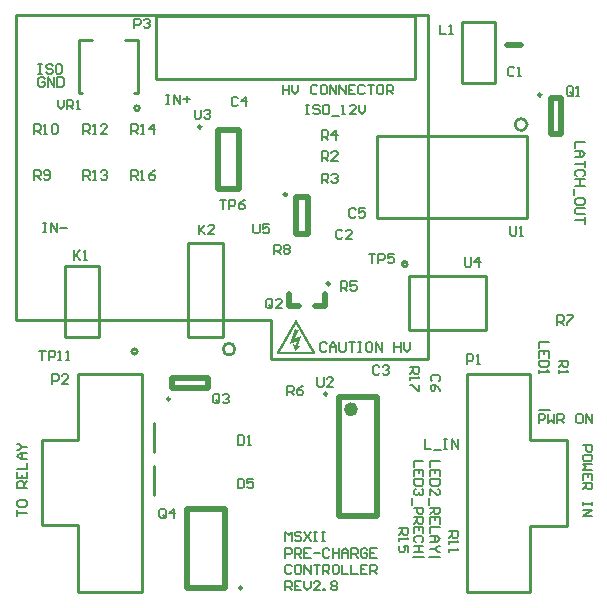
<source format=gto>
G04 Layer_Color=65535*
%FSLAX25Y25*%
%MOIN*%
G70*
G01*
G75*
%ADD39C,0.02362*%
%ADD42C,0.01969*%
%ADD54C,0.01000*%
%ADD55C,0.00984*%
%ADD56C,0.00591*%
%ADD57C,0.00709*%
G36*
X95697Y-104139D02*
X95770Y-104175D01*
X95788Y-104193D01*
X95824Y-104230D01*
X95916Y-104339D01*
X101801Y-114688D01*
X101819Y-114706D01*
X101837Y-114743D01*
X101855Y-114816D01*
Y-114907D01*
Y-114925D01*
Y-114980D01*
X101819Y-115052D01*
X101783Y-115144D01*
X101764Y-115162D01*
X101746Y-115198D01*
X101691Y-115253D01*
X101619Y-115307D01*
X101600D01*
X101546Y-115326D01*
X101473Y-115344D01*
X101345Y-115362D01*
X89466D01*
X89393Y-115344D01*
X89320Y-115307D01*
X89302Y-115289D01*
X89284Y-115253D01*
X89174Y-115144D01*
Y-115125D01*
X89156Y-115071D01*
X89138Y-114998D01*
X89120Y-114925D01*
Y-114907D01*
Y-114852D01*
Y-114779D01*
X89138Y-114725D01*
Y-114706D01*
X89156Y-114688D01*
X89211Y-114652D01*
X95114Y-104339D01*
X95132Y-104321D01*
X95150Y-104284D01*
X95260Y-104175D01*
X95278Y-104157D01*
X95333Y-104139D01*
X95406Y-104121D01*
X95533Y-104102D01*
X95624D01*
X95697Y-104139D01*
D02*
G37*
%LPC*%
G36*
X95515Y-105232D02*
X90158Y-114560D01*
X100780D01*
X95515Y-105232D01*
D02*
G37*
%LPD*%
G36*
X95697Y-107382D02*
X96535Y-107473D01*
X95041Y-110151D01*
X97136Y-109331D01*
X96225Y-112775D01*
X97063Y-112830D01*
X95260Y-114488D01*
X94586Y-112174D01*
X95314Y-112538D01*
X95715Y-111062D01*
X93419Y-111955D01*
X95114Y-106853D01*
X95697Y-107382D01*
D02*
G37*
D39*
X114925Y-133795D02*
G03*
X114925Y-133795I-1181J0D01*
G01*
D42*
X165827Y-12362D02*
X170551D01*
X180335Y-30197D02*
X183878D01*
X180335Y-42008D02*
X183878D01*
X180335D02*
Y-30197D01*
X183878Y-42008D02*
Y-30197D01*
X93205Y-99445D02*
X96354D01*
X93205D02*
Y-95508D01*
X101866Y-99445D02*
X105016D01*
Y-95508D01*
X54150Y-126799D02*
Y-123256D01*
X65961Y-126799D02*
Y-123256D01*
X54150Y-126799D02*
X65961D01*
X54150Y-123256D02*
X65961D01*
X59067Y-167150D02*
X71665D01*
X59067Y-193528D02*
X71665D01*
X59067D02*
Y-167150D01*
X71665Y-193528D02*
Y-167150D01*
X109807Y-169228D02*
X122406D01*
X109807Y-129858D02*
X122406D01*
Y-169228D02*
Y-129858D01*
X109807Y-169228D02*
Y-129858D01*
X69291Y-60386D02*
X76378D01*
X69291Y-40701D02*
X76378D01*
Y-60386D02*
Y-40701D01*
X69291Y-60386D02*
Y-40701D01*
X95382Y-75410D02*
X99319D01*
X95382Y-63205D02*
X99319D01*
Y-75410D02*
Y-63205D01*
X95382Y-75410D02*
Y-63205D01*
D54*
X42534Y-114520D02*
G03*
X42534Y-114520I-880J0D01*
G01*
X75102Y-113779D02*
G03*
X75102Y-113779I-1969J0D01*
G01*
X172488Y-38906D02*
G03*
X172488Y-38906I-2008J0D01*
G01*
X132542Y-85433D02*
G03*
X132542Y-85433I-880J0D01*
G01*
X43276Y-33465D02*
G03*
X43276Y-33465I-812J0D01*
G01*
X2114Y-103953D02*
Y-2520D01*
X139484D01*
Y-117039D02*
Y-2520D01*
X87244Y-117039D02*
X139484D01*
X87244D02*
Y-103953D01*
X2114D02*
X87244D01*
X22874Y-144032D02*
Y-121886D01*
Y-194720D02*
Y-172476D01*
X43957Y-194720D02*
Y-121886D01*
X10669Y-172476D02*
Y-144032D01*
X22874D01*
X10669Y-172476D02*
X22874D01*
Y-194720D02*
X43957D01*
X22874Y-121886D02*
X43957D01*
X48083Y-147957D02*
Y-138257D01*
X48154Y-162276D02*
Y-152576D01*
X18425Y-109795D02*
Y-86173D01*
X29842D01*
Y-109795D02*
Y-86173D01*
X18425Y-109795D02*
X29842D01*
X62307Y-109843D02*
X68213D01*
X59354D02*
Y-78347D01*
X71165D01*
Y-109843D02*
Y-78347D01*
X68213Y-109843D02*
X71165D01*
X59354D02*
X62307D01*
X161803Y-25071D02*
Y-4795D01*
X150937Y-25071D02*
X161803D01*
X150937D02*
Y-4795D01*
X161803D01*
X152382Y-194720D02*
X173465D01*
X152382Y-121886D02*
X173465D01*
Y-144130D02*
X185669D01*
X173465Y-172575D02*
X185669D01*
Y-144130D01*
X152382Y-194720D02*
Y-121886D01*
X173465Y-144130D02*
Y-121886D01*
Y-194720D02*
Y-172575D01*
X77575Y-2575D02*
X135252D01*
Y-23658D02*
Y-2575D01*
X48638D02*
X77575D01*
X48638Y-23658D02*
X135252D01*
X48638D02*
Y-2575D01*
X172449Y-69890D02*
Y-42843D01*
X122449Y-69890D02*
X172449D01*
X122449D02*
Y-42843D01*
X172449D01*
X133236Y-107480D02*
Y-89370D01*
X158827D01*
X133236Y-107480D02*
X158827D01*
Y-89370D01*
X42661Y-28543D02*
Y-10827D01*
X22976Y-28543D02*
Y-10827D01*
X38331D02*
X42661D01*
X22976D02*
X27307D01*
X41480Y-28543D02*
X42661D01*
X22976D02*
X23961D01*
D55*
X177224Y-29016D02*
G03*
X177224Y-29016I-492J0D01*
G01*
X106689Y-91965D02*
G03*
X106689Y-91965I-492J0D01*
G01*
X53461Y-130402D02*
G03*
X53461Y-130402I-492J0D01*
G01*
X77472Y-193331D02*
G03*
X77472Y-193331I-492J0D01*
G01*
X105870Y-128697D02*
G03*
X105870Y-128697I-492J0D01*
G01*
X63878Y-39697D02*
G03*
X63878Y-39697I-492J0D01*
G01*
X92429Y-62221D02*
G03*
X92429Y-62221I-492J0D01*
G01*
D56*
X176439Y-134031D02*
X180024D01*
X139724Y-183187D02*
X143309D01*
X134472D02*
X138057D01*
X133461Y-119819D02*
X136609D01*
Y-121393D01*
X136084Y-121918D01*
X135035D01*
X134510Y-121393D01*
Y-119819D01*
Y-120868D02*
X133461Y-121918D01*
Y-122968D02*
Y-124017D01*
Y-123492D01*
X136609D01*
X136084Y-122968D01*
X136609Y-125591D02*
Y-127690D01*
X136084D01*
X133985Y-125591D01*
X133461D01*
X142994Y-124540D02*
X143519Y-124015D01*
Y-122966D01*
X142994Y-122441D01*
X140895D01*
X140370Y-122966D01*
Y-124015D01*
X140895Y-124540D01*
X143519Y-127689D02*
X142994Y-126639D01*
X141944Y-125590D01*
X140895D01*
X140370Y-126114D01*
Y-127164D01*
X140895Y-127689D01*
X141420D01*
X141944Y-127164D01*
Y-125590D01*
X104110Y-50945D02*
Y-47796D01*
X105684D01*
X106209Y-48321D01*
Y-49371D01*
X105684Y-49895D01*
X104110D01*
X105160D02*
X106209Y-50945D01*
X109358D02*
X107259D01*
X109358Y-48846D01*
Y-48321D01*
X108833Y-47796D01*
X107784D01*
X107259Y-48321D01*
X115308Y-67337D02*
X114783Y-66812D01*
X113733D01*
X113209Y-67337D01*
Y-69436D01*
X113733Y-69961D01*
X114783D01*
X115308Y-69436D01*
X118456Y-66812D02*
X116357D01*
Y-68386D01*
X117407Y-67862D01*
X117931D01*
X118456Y-68386D01*
Y-69436D01*
X117931Y-69961D01*
X116882D01*
X116357Y-69436D01*
X76075Y-30132D02*
X75551Y-29607D01*
X74501D01*
X73976Y-30132D01*
Y-32231D01*
X74501Y-32756D01*
X75551D01*
X76075Y-32231D01*
X78699Y-32756D02*
Y-29607D01*
X77125Y-31182D01*
X79224D01*
X123260Y-119612D02*
X122736Y-119088D01*
X121686D01*
X121161Y-119612D01*
Y-121711D01*
X121686Y-122236D01*
X122736D01*
X123260Y-121711D01*
X124310Y-119612D02*
X124835Y-119088D01*
X125884D01*
X126409Y-119612D01*
Y-120137D01*
X125884Y-120662D01*
X125359D01*
X125884D01*
X126409Y-121187D01*
Y-121711D01*
X125884Y-122236D01*
X124835D01*
X124310Y-121711D01*
X15996Y-30722D02*
Y-32820D01*
X17046Y-33870D01*
X18095Y-32820D01*
Y-30722D01*
X19145Y-33870D02*
Y-30722D01*
X20719D01*
X21244Y-31246D01*
Y-32296D01*
X20719Y-32820D01*
X19145D01*
X20194D02*
X21244Y-33870D01*
X22293D02*
X23343D01*
X22818D01*
Y-30722D01*
X22293Y-31246D01*
X81276Y-72013D02*
Y-74637D01*
X81800Y-75161D01*
X82850D01*
X83375Y-74637D01*
Y-72013D01*
X86523D02*
X84424D01*
Y-73587D01*
X85474Y-73062D01*
X85998D01*
X86523Y-73587D01*
Y-74637D01*
X85998Y-75161D01*
X84949D01*
X84424Y-74637D01*
X151728Y-83076D02*
Y-85700D01*
X152253Y-86224D01*
X153303D01*
X153827Y-85700D01*
Y-83076D01*
X156451Y-86224D02*
Y-83076D01*
X154877Y-84650D01*
X156976D01*
X61685Y-33899D02*
Y-36522D01*
X62210Y-37047D01*
X63259D01*
X63784Y-36522D01*
Y-33899D01*
X64834Y-34423D02*
X65358Y-33899D01*
X66408D01*
X66933Y-34423D01*
Y-34948D01*
X66408Y-35473D01*
X65883D01*
X66408D01*
X66933Y-35998D01*
Y-36522D01*
X66408Y-37047D01*
X65358D01*
X64834Y-36522D01*
X102532Y-123147D02*
Y-125770D01*
X103056Y-126295D01*
X104106D01*
X104631Y-125770D01*
Y-123147D01*
X107779Y-126295D02*
X105680D01*
X107779Y-124196D01*
Y-123671D01*
X107254Y-123147D01*
X106205D01*
X105680Y-123671D01*
X166847Y-72804D02*
Y-75428D01*
X167371Y-75953D01*
X168421D01*
X168946Y-75428D01*
Y-72804D01*
X169995Y-75953D02*
X171045D01*
X170520D01*
Y-72804D01*
X169995Y-73329D01*
X9905Y-114265D02*
X12005D01*
X10955D01*
Y-117413D01*
X13054D02*
Y-114265D01*
X14628D01*
X15153Y-114790D01*
Y-115839D01*
X14628Y-116364D01*
X13054D01*
X16203Y-117413D02*
X17252D01*
X16727D01*
Y-114265D01*
X16203Y-114790D01*
X18826Y-117413D02*
X19876D01*
X19351D01*
Y-114265D01*
X18826Y-114790D01*
X11134Y-71666D02*
X12183D01*
X11659D01*
Y-74815D01*
X11134D01*
X12183D01*
X13758D02*
Y-71666D01*
X15857Y-74815D01*
Y-71666D01*
X16906Y-73241D02*
X19005D01*
X52146Y-28922D02*
X53195D01*
X52670D01*
Y-32071D01*
X52146D01*
X53195D01*
X54769D02*
Y-28922D01*
X56869Y-32071D01*
Y-28922D01*
X57918Y-30497D02*
X60017D01*
X58968Y-29447D02*
Y-31546D01*
X70020Y-63958D02*
X72119D01*
X71069D01*
Y-67106D01*
X73168D02*
Y-63958D01*
X74743D01*
X75267Y-64482D01*
Y-65532D01*
X74743Y-66057D01*
X73168D01*
X78416Y-63958D02*
X77366Y-64482D01*
X76317Y-65532D01*
Y-66581D01*
X76842Y-67106D01*
X77891D01*
X78416Y-66581D01*
Y-66057D01*
X77891Y-65532D01*
X76317D01*
X119748Y-81958D02*
X121847D01*
X120798D01*
Y-85106D01*
X122897D02*
Y-81958D01*
X124471D01*
X124996Y-82482D01*
Y-83532D01*
X124471Y-84057D01*
X122897D01*
X128144Y-81958D02*
X126045D01*
Y-83532D01*
X127095Y-83007D01*
X127620D01*
X128144Y-83532D01*
Y-84582D01*
X127620Y-85106D01*
X126570D01*
X126045Y-84582D01*
X138406Y-143765D02*
Y-146913D01*
X140505D01*
X141554Y-147438D02*
X143653D01*
X144703Y-143765D02*
X145752D01*
X145228D01*
Y-146913D01*
X144703D01*
X145752D01*
X147327D02*
Y-143765D01*
X149426Y-146913D01*
Y-143765D01*
X191735Y-44606D02*
X188587D01*
Y-46705D01*
Y-47755D02*
X190686D01*
X191735Y-48804D01*
X190686Y-49854D01*
X188587D01*
X190161D01*
Y-47755D01*
X191735Y-50903D02*
Y-53003D01*
Y-51953D01*
X188587D01*
X191210Y-56151D02*
X191735Y-55626D01*
Y-54577D01*
X191210Y-54052D01*
X189111D01*
X188587Y-54577D01*
Y-55626D01*
X189111Y-56151D01*
X191735Y-57201D02*
X188587D01*
X190161D01*
Y-59300D01*
X191735D01*
X188587D01*
X188062Y-60349D02*
Y-62448D01*
X191735Y-65072D02*
Y-64023D01*
X191210Y-63498D01*
X189111D01*
X188587Y-64023D01*
Y-65072D01*
X189111Y-65597D01*
X191210D01*
X191735Y-65072D01*
Y-66646D02*
X189111D01*
X188587Y-67171D01*
Y-68221D01*
X189111Y-68745D01*
X191735D01*
Y-69795D02*
Y-71894D01*
Y-70845D01*
X188587D01*
X9602Y-18737D02*
X10652D01*
X10127D01*
Y-21886D01*
X9602D01*
X10652D01*
X14325Y-19262D02*
X13801Y-18737D01*
X12751D01*
X12226Y-19262D01*
Y-19787D01*
X12751Y-20312D01*
X13801D01*
X14325Y-20836D01*
Y-21361D01*
X13801Y-21886D01*
X12751D01*
X12226Y-21361D01*
X16949Y-18737D02*
X15900D01*
X15375Y-19262D01*
Y-21361D01*
X15900Y-21886D01*
X16949D01*
X17474Y-21361D01*
Y-19262D01*
X16949Y-18737D01*
X98626Y-32280D02*
X99676D01*
X99151D01*
Y-35429D01*
X98626D01*
X99676D01*
X103349Y-32805D02*
X102824Y-32280D01*
X101775D01*
X101250Y-32805D01*
Y-33330D01*
X101775Y-33855D01*
X102824D01*
X103349Y-34380D01*
Y-34904D01*
X102824Y-35429D01*
X101775D01*
X101250Y-34904D01*
X105973Y-32280D02*
X104923D01*
X104398Y-32805D01*
Y-34904D01*
X104923Y-35429D01*
X105973D01*
X106498Y-34904D01*
Y-32805D01*
X105973Y-32280D01*
X107547Y-35954D02*
X109646D01*
X110696Y-35429D02*
X111745D01*
X111220D01*
Y-32280D01*
X110696Y-32805D01*
X115419Y-35429D02*
X113319D01*
X115419Y-33330D01*
Y-32805D01*
X114894Y-32280D01*
X113844D01*
X113319Y-32805D01*
X116468Y-32280D02*
Y-34380D01*
X117517Y-35429D01*
X118567Y-34380D01*
Y-32280D01*
X40614Y-57240D02*
Y-54092D01*
X42189D01*
X42713Y-54616D01*
Y-55666D01*
X42189Y-56191D01*
X40614D01*
X41664D02*
X42713Y-57240D01*
X43763D02*
X44812D01*
X44287D01*
Y-54092D01*
X43763Y-54616D01*
X48486Y-54092D02*
X47436Y-54616D01*
X46387Y-55666D01*
Y-56715D01*
X46911Y-57240D01*
X47961D01*
X48486Y-56715D01*
Y-56191D01*
X47961Y-55666D01*
X46387D01*
X129732Y-173462D02*
X132881D01*
Y-175037D01*
X132356Y-175562D01*
X131307D01*
X130782Y-175037D01*
Y-173462D01*
Y-174512D02*
X129732Y-175562D01*
Y-176611D02*
Y-177661D01*
Y-177136D01*
X132881D01*
X132356Y-176611D01*
X132881Y-181334D02*
Y-179235D01*
X131307D01*
X131831Y-180285D01*
Y-180809D01*
X131307Y-181334D01*
X130257D01*
X129732Y-180809D01*
Y-179760D01*
X130257Y-179235D01*
X40622Y-41949D02*
Y-38800D01*
X42196D01*
X42721Y-39325D01*
Y-40374D01*
X42196Y-40899D01*
X40622D01*
X41672D02*
X42721Y-41949D01*
X43771D02*
X44820D01*
X44295D01*
Y-38800D01*
X43771Y-39325D01*
X47969Y-41949D02*
Y-38800D01*
X46395Y-40374D01*
X48493D01*
X24618Y-57240D02*
Y-54092D01*
X26192D01*
X26717Y-54616D01*
Y-55666D01*
X26192Y-56191D01*
X24618D01*
X25668D02*
X26717Y-57240D01*
X27767D02*
X28816D01*
X28291D01*
Y-54092D01*
X27767Y-54616D01*
X30391D02*
X30915Y-54092D01*
X31965D01*
X32490Y-54616D01*
Y-55141D01*
X31965Y-55666D01*
X31440D01*
X31965D01*
X32490Y-56191D01*
Y-56715D01*
X31965Y-57240D01*
X30915D01*
X30391Y-56715D01*
X24618Y-41949D02*
Y-38800D01*
X26192D01*
X26717Y-39325D01*
Y-40374D01*
X26192Y-40899D01*
X24618D01*
X25668D02*
X26717Y-41949D01*
X27767D02*
X28816D01*
X28291D01*
Y-38800D01*
X27767Y-39325D01*
X32490Y-41949D02*
X30391D01*
X32490Y-39850D01*
Y-39325D01*
X31965Y-38800D01*
X30915D01*
X30391Y-39325D01*
X146350Y-174512D02*
X149499D01*
Y-176086D01*
X148974Y-176611D01*
X147925D01*
X147400Y-176086D01*
Y-174512D01*
Y-175562D02*
X146350Y-176611D01*
Y-177661D02*
Y-178710D01*
Y-178185D01*
X149499D01*
X148974Y-177661D01*
X146350Y-180285D02*
Y-181334D01*
Y-180809D01*
X149499D01*
X148974Y-180285D01*
X8228Y-41949D02*
Y-38800D01*
X9803D01*
X10327Y-39325D01*
Y-40374D01*
X9803Y-40899D01*
X8228D01*
X9278D02*
X10327Y-41949D01*
X11377D02*
X12427D01*
X11902D01*
Y-38800D01*
X11377Y-39325D01*
X14001D02*
X14525Y-38800D01*
X15575D01*
X16100Y-39325D01*
Y-41424D01*
X15575Y-41949D01*
X14525D01*
X14001Y-41424D01*
Y-39325D01*
X8228Y-57240D02*
Y-54092D01*
X9803D01*
X10327Y-54616D01*
Y-55666D01*
X9803Y-56191D01*
X8228D01*
X9278D02*
X10327Y-57240D01*
X11377Y-56715D02*
X11902Y-57240D01*
X12951D01*
X13476Y-56715D01*
Y-54616D01*
X12951Y-54092D01*
X11902D01*
X11377Y-54616D01*
Y-55141D01*
X11902Y-55666D01*
X13476D01*
X88217Y-82051D02*
Y-78903D01*
X89791D01*
X90316Y-79427D01*
Y-80477D01*
X89791Y-81002D01*
X88217D01*
X89266D02*
X90316Y-82051D01*
X91365Y-79427D02*
X91890Y-78903D01*
X92939D01*
X93464Y-79427D01*
Y-79952D01*
X92939Y-80477D01*
X93464Y-81002D01*
Y-81526D01*
X92939Y-82051D01*
X91890D01*
X91365Y-81526D01*
Y-81002D01*
X91890Y-80477D01*
X91365Y-79952D01*
Y-79427D01*
X91890Y-80477D02*
X92939D01*
X182563Y-105693D02*
Y-102544D01*
X184137D01*
X184662Y-103069D01*
Y-104119D01*
X184137Y-104643D01*
X182563D01*
X183613D02*
X184662Y-105693D01*
X185712Y-102544D02*
X187811D01*
Y-103069D01*
X185712Y-105168D01*
Y-105693D01*
X92575Y-129055D02*
Y-125907D01*
X94149D01*
X94674Y-126431D01*
Y-127481D01*
X94149Y-128006D01*
X92575D01*
X93624D02*
X94674Y-129055D01*
X97822Y-125907D02*
X96773Y-126431D01*
X95723Y-127481D01*
Y-128530D01*
X96248Y-129055D01*
X97298D01*
X97822Y-128530D01*
Y-128006D01*
X97298Y-127481D01*
X95723D01*
X110409Y-94346D02*
Y-91198D01*
X111984D01*
X112508Y-91723D01*
Y-92772D01*
X111984Y-93297D01*
X110409D01*
X111459D02*
X112508Y-94346D01*
X115657Y-91198D02*
X113558D01*
Y-92772D01*
X114608Y-92247D01*
X115132D01*
X115657Y-92772D01*
Y-93822D01*
X115132Y-94346D01*
X114083D01*
X113558Y-93822D01*
X104110Y-43988D02*
Y-40840D01*
X105684D01*
X106209Y-41364D01*
Y-42414D01*
X105684Y-42939D01*
X104110D01*
X105160D02*
X106209Y-43988D01*
X108833D02*
Y-40840D01*
X107259Y-42414D01*
X109358D01*
X104110Y-58402D02*
Y-55253D01*
X105684D01*
X106209Y-55778D01*
Y-56827D01*
X105684Y-57352D01*
X104110D01*
X105160D02*
X106209Y-58402D01*
X107259Y-55778D02*
X107784Y-55253D01*
X108833D01*
X109358Y-55778D01*
Y-56302D01*
X108833Y-56827D01*
X108308D01*
X108833D01*
X109358Y-57352D01*
Y-57877D01*
X108833Y-58402D01*
X107784D01*
X107259Y-57877D01*
X183087Y-117620D02*
X186235D01*
Y-119194D01*
X185710Y-119719D01*
X184661D01*
X184136Y-119194D01*
Y-117620D01*
Y-118669D02*
X183087Y-119719D01*
Y-120769D02*
Y-121818D01*
Y-121293D01*
X186235D01*
X185710Y-120769D01*
X52032Y-169542D02*
Y-167443D01*
X51507Y-166918D01*
X50458D01*
X49933Y-167443D01*
Y-169542D01*
X50458Y-170067D01*
X51507D01*
X50983Y-169017D02*
X52032Y-170067D01*
X51507D02*
X52032Y-169542D01*
X54656Y-170067D02*
Y-166918D01*
X53082Y-168493D01*
X55181D01*
X69918Y-131286D02*
Y-129187D01*
X69393Y-128662D01*
X68344D01*
X67819Y-129187D01*
Y-131286D01*
X68344Y-131811D01*
X69393D01*
X68868Y-130762D02*
X69918Y-131811D01*
X69393D02*
X69918Y-131286D01*
X70968Y-129187D02*
X71492Y-128662D01*
X72542D01*
X73067Y-129187D01*
Y-129712D01*
X72542Y-130237D01*
X72017D01*
X72542D01*
X73067Y-130762D01*
Y-131286D01*
X72542Y-131811D01*
X71492D01*
X70968Y-131286D01*
X87611Y-99633D02*
Y-97534D01*
X87086Y-97009D01*
X86037D01*
X85512Y-97534D01*
Y-99633D01*
X86037Y-100157D01*
X87086D01*
X86561Y-99108D02*
X87611Y-100157D01*
X87086D02*
X87611Y-99633D01*
X90759Y-100157D02*
X88660D01*
X90759Y-98058D01*
Y-97534D01*
X90235Y-97009D01*
X89185D01*
X88660Y-97534D01*
X187843Y-28715D02*
Y-26616D01*
X187318Y-26092D01*
X186269D01*
X185744Y-26616D01*
Y-28715D01*
X186269Y-29240D01*
X187318D01*
X186794Y-28191D02*
X187843Y-29240D01*
X187318D02*
X187843Y-28715D01*
X188893Y-29240D02*
X189942D01*
X189418D01*
Y-26092D01*
X188893Y-26616D01*
X41528Y-6709D02*
Y-3560D01*
X43102D01*
X43627Y-4085D01*
Y-5134D01*
X43102Y-5659D01*
X41528D01*
X44676Y-4085D02*
X45201Y-3560D01*
X46251D01*
X46775Y-4085D01*
Y-4610D01*
X46251Y-5134D01*
X45726D01*
X46251D01*
X46775Y-5659D01*
Y-6184D01*
X46251Y-6709D01*
X45201D01*
X44676Y-6184D01*
X152500Y-118685D02*
Y-115537D01*
X154074D01*
X154599Y-116062D01*
Y-117111D01*
X154074Y-117636D01*
X152500D01*
X155649Y-118685D02*
X156698D01*
X156173D01*
Y-115537D01*
X155649Y-116062D01*
X143425Y-5682D02*
Y-8831D01*
X145524D01*
X146574D02*
X147623D01*
X147099D01*
Y-5682D01*
X146574Y-6207D01*
X63012Y-72336D02*
Y-75484D01*
Y-74435D01*
X65111Y-72336D01*
X63537Y-73910D01*
X65111Y-75484D01*
X68260D02*
X66160D01*
X68260Y-73385D01*
Y-72860D01*
X67735Y-72336D01*
X66685D01*
X66160Y-72860D01*
X21508Y-80848D02*
Y-83996D01*
Y-82946D01*
X23607Y-80848D01*
X22033Y-82422D01*
X23607Y-83996D01*
X24656D02*
X25706D01*
X25181D01*
Y-80848D01*
X24656Y-81372D01*
X137928Y-150898D02*
X134780D01*
Y-152997D01*
X137928Y-156145D02*
Y-154046D01*
X134780D01*
Y-156145D01*
X136354Y-154046D02*
Y-155096D01*
X137928Y-157195D02*
X134780D01*
Y-158769D01*
X135304Y-159294D01*
X137403D01*
X137928Y-158769D01*
Y-157195D01*
X137403Y-160343D02*
X137928Y-160868D01*
Y-161918D01*
X137403Y-162443D01*
X136879D01*
X136354Y-161918D01*
Y-161393D01*
Y-161918D01*
X135829Y-162443D01*
X135304D01*
X134780Y-161918D01*
Y-160868D01*
X135304Y-160343D01*
X134255Y-163492D02*
Y-165591D01*
X134780Y-166641D02*
X137928D01*
Y-168215D01*
X137403Y-168740D01*
X136354D01*
X135829Y-168215D01*
Y-166641D01*
X134780Y-169789D02*
X137928D01*
Y-171363D01*
X137403Y-171888D01*
X136354D01*
X135829Y-171363D01*
Y-169789D01*
Y-170839D02*
X134780Y-171888D01*
X137928Y-175037D02*
Y-172938D01*
X134780D01*
Y-175037D01*
X136354Y-172938D02*
Y-173987D01*
X137403Y-178185D02*
X137928Y-177661D01*
Y-176611D01*
X137403Y-176086D01*
X135304D01*
X134780Y-176611D01*
Y-177661D01*
X135304Y-178185D01*
X137928Y-179235D02*
X134780D01*
X136354D01*
Y-181334D01*
X137928D01*
X134780D01*
X143412Y-150898D02*
X140264D01*
Y-152997D01*
X143412Y-156145D02*
Y-154046D01*
X140264D01*
Y-156145D01*
X141838Y-154046D02*
Y-155096D01*
X143412Y-157195D02*
X140264D01*
Y-158769D01*
X140789Y-159294D01*
X142888D01*
X143412Y-158769D01*
Y-157195D01*
X140264Y-162443D02*
Y-160343D01*
X142363Y-162443D01*
X142888D01*
X143412Y-161918D01*
Y-160868D01*
X142888Y-160343D01*
X139739Y-163492D02*
Y-165591D01*
X140264Y-166641D02*
X143412D01*
Y-168215D01*
X142888Y-168740D01*
X141838D01*
X141313Y-168215D01*
Y-166641D01*
Y-167690D02*
X140264Y-168740D01*
X143412Y-171888D02*
Y-169789D01*
X140264D01*
Y-171888D01*
X141838Y-169789D02*
Y-170839D01*
X143412Y-172938D02*
X140264D01*
Y-175037D01*
Y-176086D02*
X142363D01*
X143412Y-177136D01*
X142363Y-178185D01*
X140264D01*
X141838D01*
Y-176086D01*
X143412Y-179235D02*
X142888D01*
X141838Y-180285D01*
X142888Y-181334D01*
X143412D01*
X141838Y-180285D02*
X140264D01*
X179660Y-111323D02*
X176512D01*
Y-113422D01*
X179660Y-116570D02*
Y-114471D01*
X176512D01*
Y-116570D01*
X178086Y-114471D02*
Y-115521D01*
X179660Y-117620D02*
X176512D01*
Y-119194D01*
X177037Y-119719D01*
X179136D01*
X179660Y-119194D01*
Y-117620D01*
X176512Y-120769D02*
Y-121818D01*
Y-121293D01*
X179660D01*
X179136Y-120769D01*
X75972Y-156974D02*
Y-160122D01*
X77547D01*
X78071Y-159597D01*
Y-157498D01*
X77547Y-156974D01*
X75972D01*
X81220D02*
X79121D01*
Y-158548D01*
X80171Y-158023D01*
X80695D01*
X81220Y-158548D01*
Y-159597D01*
X80695Y-160122D01*
X79646D01*
X79121Y-159597D01*
X76169Y-142446D02*
Y-145595D01*
X77744D01*
X78268Y-145070D01*
Y-142971D01*
X77744Y-142446D01*
X76169D01*
X79318Y-145595D02*
X80367D01*
X79843D01*
Y-142446D01*
X79318Y-142971D01*
X110945Y-74435D02*
X110421Y-73910D01*
X109371D01*
X108846Y-74435D01*
Y-76534D01*
X109371Y-77059D01*
X110421D01*
X110945Y-76534D01*
X114094Y-77059D02*
X111995D01*
X114094Y-74960D01*
Y-74435D01*
X113569Y-73910D01*
X112520D01*
X111995Y-74435D01*
X168261Y-20203D02*
X167736Y-19678D01*
X166686D01*
X166161Y-20203D01*
Y-22302D01*
X166686Y-22827D01*
X167736D01*
X168261Y-22302D01*
X169310Y-22827D02*
X170360D01*
X169835D01*
Y-19678D01*
X169310Y-20203D01*
X14240Y-125354D02*
Y-122206D01*
X15814D01*
X16339Y-122731D01*
Y-123780D01*
X15814Y-124305D01*
X14240D01*
X19488Y-125354D02*
X17389D01*
X19488Y-123255D01*
Y-122731D01*
X18963Y-122206D01*
X17913D01*
X17389Y-122731D01*
X11701Y-23667D02*
X11177Y-23143D01*
X10127D01*
X9602Y-23667D01*
Y-25767D01*
X10127Y-26291D01*
X11177D01*
X11701Y-25767D01*
Y-24717D01*
X10652D01*
X12751Y-26291D02*
Y-23143D01*
X14850Y-26291D01*
Y-23143D01*
X15900D02*
Y-26291D01*
X17474D01*
X17999Y-25767D01*
Y-23667D01*
X17474Y-23143D01*
X15900D01*
X176303Y-138453D02*
Y-135304D01*
X177877D01*
X178402Y-135829D01*
Y-136879D01*
X177877Y-137403D01*
X176303D01*
X179452Y-135304D02*
Y-138453D01*
X180501Y-137403D01*
X181551Y-138453D01*
Y-135304D01*
X182600Y-138453D02*
Y-135304D01*
X184175D01*
X184699Y-135829D01*
Y-136879D01*
X184175Y-137403D01*
X182600D01*
X183650D02*
X184699Y-138453D01*
X190472Y-135304D02*
X189422D01*
X188898Y-135829D01*
Y-137928D01*
X189422Y-138453D01*
X190472D01*
X190997Y-137928D01*
Y-135829D01*
X190472Y-135304D01*
X192046Y-138453D02*
Y-135304D01*
X194145Y-138453D01*
Y-135304D01*
X91031Y-25666D02*
Y-28815D01*
Y-27241D01*
X93131D01*
Y-25666D01*
Y-28815D01*
X94180Y-25666D02*
Y-27765D01*
X95230Y-28815D01*
X96279Y-27765D01*
Y-25666D01*
X102576Y-26191D02*
X102052Y-25666D01*
X101002D01*
X100477Y-26191D01*
Y-28290D01*
X101002Y-28815D01*
X102052D01*
X102576Y-28290D01*
X105200Y-25666D02*
X104151D01*
X103626Y-26191D01*
Y-28290D01*
X104151Y-28815D01*
X105200D01*
X105725Y-28290D01*
Y-26191D01*
X105200Y-25666D01*
X106774Y-28815D02*
Y-25666D01*
X108873Y-28815D01*
Y-25666D01*
X109923Y-28815D02*
Y-25666D01*
X112022Y-28815D01*
Y-25666D01*
X115171D02*
X113072D01*
Y-28815D01*
X115171D01*
X113072Y-27241D02*
X114121D01*
X118319Y-26191D02*
X117795Y-25666D01*
X116745D01*
X116220Y-26191D01*
Y-28290D01*
X116745Y-28815D01*
X117795D01*
X118319Y-28290D01*
X119369Y-25666D02*
X121468D01*
X120418D01*
Y-28815D01*
X124092Y-25666D02*
X123042D01*
X122517Y-26191D01*
Y-28290D01*
X123042Y-28815D01*
X124092D01*
X124617Y-28290D01*
Y-26191D01*
X124092Y-25666D01*
X125666Y-28815D02*
Y-25666D01*
X127240D01*
X127765Y-26191D01*
Y-27241D01*
X127240Y-27765D01*
X125666D01*
X126716D02*
X127765Y-28815D01*
X2592Y-169425D02*
Y-167326D01*
Y-168376D01*
X5740D01*
X2592Y-164702D02*
Y-165752D01*
X3116Y-166277D01*
X5215D01*
X5740Y-165752D01*
Y-164702D01*
X5215Y-164178D01*
X3116D01*
X2592Y-164702D01*
X5740Y-159979D02*
X2592D01*
Y-158405D01*
X3116Y-157880D01*
X4166D01*
X4691Y-158405D01*
Y-159979D01*
Y-158930D02*
X5740Y-157880D01*
X2592Y-154732D02*
Y-156831D01*
X5740D01*
Y-154732D01*
X4166Y-156831D02*
Y-155781D01*
X2592Y-153682D02*
X5740D01*
Y-151583D01*
Y-150534D02*
X3641D01*
X2592Y-149484D01*
X3641Y-148435D01*
X5740D01*
X4166D01*
Y-150534D01*
X2592Y-147385D02*
X3116D01*
X4166Y-146335D01*
X3116Y-145286D01*
X2592D01*
X4166Y-146335D02*
X5740D01*
X191083Y-145811D02*
X194231D01*
Y-147385D01*
X193707Y-147910D01*
X192657D01*
X192132Y-147385D01*
Y-145811D01*
X194231Y-150534D02*
Y-149484D01*
X193707Y-148959D01*
X191607D01*
X191083Y-149484D01*
Y-150534D01*
X191607Y-151058D01*
X193707D01*
X194231Y-150534D01*
Y-152108D02*
X191083D01*
X192132Y-153157D01*
X191083Y-154207D01*
X194231D01*
Y-157356D02*
Y-155256D01*
X191083D01*
Y-157356D01*
X192657Y-155256D02*
Y-156306D01*
X191083Y-158405D02*
X194231D01*
Y-159979D01*
X193707Y-160504D01*
X192657D01*
X192132Y-159979D01*
Y-158405D01*
Y-159455D02*
X191083Y-160504D01*
X194231Y-164702D02*
Y-165752D01*
Y-165227D01*
X191083D01*
Y-164702D01*
Y-165752D01*
Y-167326D02*
X194231D01*
X191083Y-169425D01*
X194231D01*
D57*
X91913Y-177748D02*
Y-174599D01*
X92963Y-175649D01*
X94012Y-174599D01*
Y-177748D01*
X97161Y-175124D02*
X96636Y-174599D01*
X95587D01*
X95062Y-175124D01*
Y-175649D01*
X95587Y-176173D01*
X96636D01*
X97161Y-176698D01*
Y-177223D01*
X96636Y-177748D01*
X95587D01*
X95062Y-177223D01*
X98211Y-174599D02*
X100310Y-177748D01*
Y-174599D02*
X98211Y-177748D01*
X101359Y-174599D02*
X102409D01*
X101884D01*
Y-177748D01*
X101359D01*
X102409D01*
X103983Y-174599D02*
X105033D01*
X104508D01*
Y-177748D01*
X103983D01*
X105033D01*
X91913Y-183227D02*
Y-180078D01*
X93488D01*
X94012Y-180603D01*
Y-181653D01*
X93488Y-182177D01*
X91913D01*
X95062Y-183227D02*
Y-180078D01*
X96636D01*
X97161Y-180603D01*
Y-181653D01*
X96636Y-182177D01*
X95062D01*
X96112D02*
X97161Y-183227D01*
X100310Y-180078D02*
X98211D01*
Y-183227D01*
X100310D01*
X98211Y-181653D02*
X99260D01*
X101359D02*
X103458D01*
X106607Y-180603D02*
X106082Y-180078D01*
X105033D01*
X104508Y-180603D01*
Y-182702D01*
X105033Y-183227D01*
X106082D01*
X106607Y-182702D01*
X107656Y-180078D02*
Y-183227D01*
Y-181653D01*
X109755D01*
Y-180078D01*
Y-183227D01*
X110805D02*
Y-181128D01*
X111854Y-180078D01*
X112904Y-181128D01*
Y-183227D01*
Y-181653D01*
X110805D01*
X113953Y-183227D02*
Y-180078D01*
X115528D01*
X116053Y-180603D01*
Y-181653D01*
X115528Y-182177D01*
X113953D01*
X115003D02*
X116053Y-183227D01*
X119201Y-180603D02*
X118676Y-180078D01*
X117627D01*
X117102Y-180603D01*
Y-182702D01*
X117627Y-183227D01*
X118676D01*
X119201Y-182702D01*
Y-181653D01*
X118152D01*
X122350Y-180078D02*
X120251D01*
Y-183227D01*
X122350D01*
X120251Y-181653D02*
X121300D01*
X94012Y-186082D02*
X93488Y-185557D01*
X92438D01*
X91913Y-186082D01*
Y-188181D01*
X92438Y-188706D01*
X93488D01*
X94012Y-188181D01*
X96636Y-185557D02*
X95587D01*
X95062Y-186082D01*
Y-188181D01*
X95587Y-188706D01*
X96636D01*
X97161Y-188181D01*
Y-186082D01*
X96636Y-185557D01*
X98211Y-188706D02*
Y-185557D01*
X100310Y-188706D01*
Y-185557D01*
X101359D02*
X103458D01*
X102409D01*
Y-188706D01*
X104508D02*
Y-185557D01*
X106082D01*
X106607Y-186082D01*
Y-187132D01*
X106082Y-187656D01*
X104508D01*
X105557D02*
X106607Y-188706D01*
X109231Y-185557D02*
X108181D01*
X107656Y-186082D01*
Y-188181D01*
X108181Y-188706D01*
X109231D01*
X109755Y-188181D01*
Y-186082D01*
X109231Y-185557D01*
X110805D02*
Y-188706D01*
X112904D01*
X113953Y-185557D02*
Y-188706D01*
X116053D01*
X119201Y-185557D02*
X117102D01*
Y-188706D01*
X119201D01*
X117102Y-187132D02*
X118152D01*
X120251Y-188706D02*
Y-185557D01*
X121825D01*
X122350Y-186082D01*
Y-187132D01*
X121825Y-187656D01*
X120251D01*
X121300D02*
X122350Y-188706D01*
X91913Y-194185D02*
Y-191036D01*
X93488D01*
X94012Y-191561D01*
Y-192611D01*
X93488Y-193135D01*
X91913D01*
X92963D02*
X94012Y-194185D01*
X97161Y-191036D02*
X95062D01*
Y-194185D01*
X97161D01*
X95062Y-192611D02*
X96112D01*
X98211Y-191036D02*
Y-193135D01*
X99260Y-194185D01*
X100310Y-193135D01*
Y-191036D01*
X103458Y-194185D02*
X101359D01*
X103458Y-192086D01*
Y-191561D01*
X102933Y-191036D01*
X101884D01*
X101359Y-191561D01*
X104508Y-194185D02*
Y-193660D01*
X105033D01*
Y-194185D01*
X104508D01*
X107132Y-191561D02*
X107656Y-191036D01*
X108706D01*
X109231Y-191561D01*
Y-192086D01*
X108706Y-192611D01*
X109231Y-193135D01*
Y-193660D01*
X108706Y-194185D01*
X107656D01*
X107132Y-193660D01*
Y-193135D01*
X107656Y-192611D01*
X107132Y-192086D01*
Y-191561D01*
X107656Y-192611D02*
X108706D01*
X105694Y-112030D02*
X105169Y-111505D01*
X104119D01*
X103595Y-112030D01*
Y-114129D01*
X104119Y-114654D01*
X105169D01*
X105694Y-114129D01*
X106743Y-114654D02*
Y-112555D01*
X107793Y-111505D01*
X108842Y-112555D01*
Y-114654D01*
Y-113079D01*
X106743D01*
X109892Y-111505D02*
Y-114129D01*
X110416Y-114654D01*
X111466D01*
X111991Y-114129D01*
Y-111505D01*
X113040D02*
X115139D01*
X114090D01*
Y-114654D01*
X116189Y-111505D02*
X117238D01*
X116714D01*
Y-114654D01*
X116189D01*
X117238D01*
X120387Y-111505D02*
X119337D01*
X118813Y-112030D01*
Y-114129D01*
X119337Y-114654D01*
X120387D01*
X120912Y-114129D01*
Y-112030D01*
X120387Y-111505D01*
X121961Y-114654D02*
Y-111505D01*
X124060Y-114654D01*
Y-111505D01*
X128258D02*
Y-114654D01*
Y-113079D01*
X130358D01*
Y-111505D01*
Y-114654D01*
X131407Y-111505D02*
Y-113604D01*
X132457Y-114654D01*
X133506Y-113604D01*
Y-111505D01*
M02*

</source>
